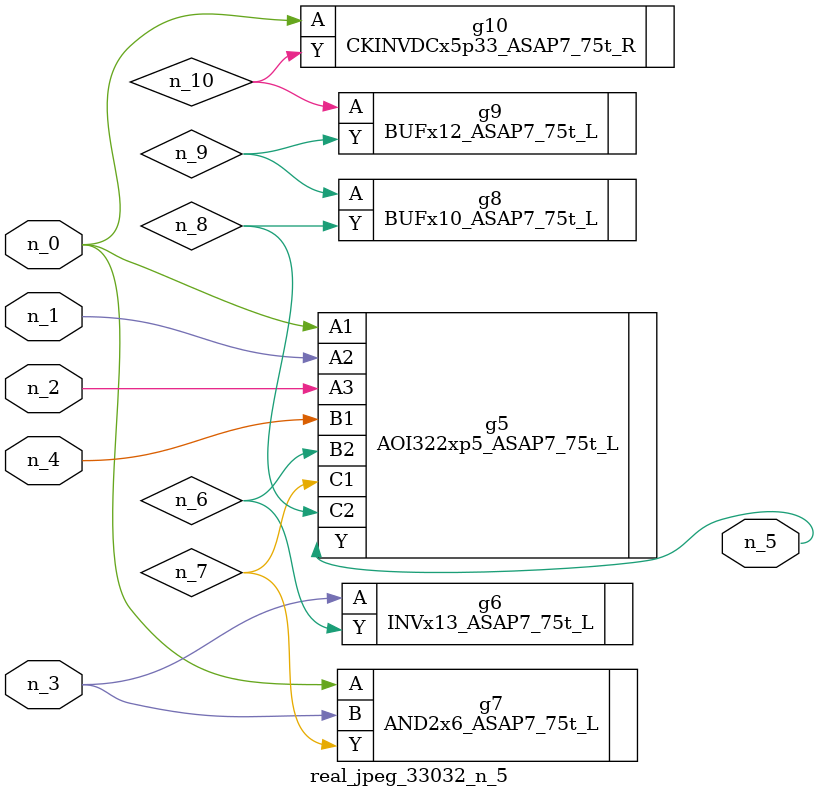
<source format=v>
module real_jpeg_33032_n_5 (n_4, n_0, n_1, n_2, n_3, n_5);

input n_4;
input n_0;
input n_1;
input n_2;
input n_3;

output n_5;

wire n_8;
wire n_6;
wire n_7;
wire n_10;
wire n_9;

AOI322xp5_ASAP7_75t_L g5 ( 
.A1(n_0),
.A2(n_1),
.A3(n_2),
.B1(n_4),
.B2(n_6),
.C1(n_7),
.C2(n_8),
.Y(n_5)
);

AND2x6_ASAP7_75t_L g7 ( 
.A(n_0),
.B(n_3),
.Y(n_7)
);

CKINVDCx5p33_ASAP7_75t_R g10 ( 
.A(n_0),
.Y(n_10)
);

INVx13_ASAP7_75t_L g6 ( 
.A(n_3),
.Y(n_6)
);

BUFx10_ASAP7_75t_L g8 ( 
.A(n_9),
.Y(n_8)
);

BUFx12_ASAP7_75t_L g9 ( 
.A(n_10),
.Y(n_9)
);


endmodule
</source>
